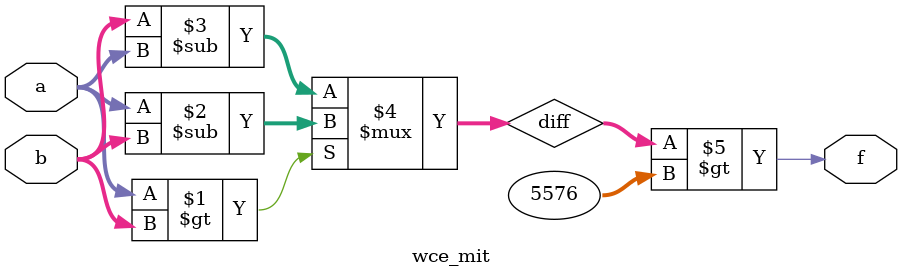
<source format=v>
module wce_mit(a, b, f);
parameter _bit = 16;
parameter wce = 5576;
input [_bit - 1: 0] a;
input [_bit - 1: 0] b;
output f;
wire [_bit - 1: 0] diff;
assign diff = (a > b)? (a - b): (b - a);
assign f = (diff > wce);
endmodule

</source>
